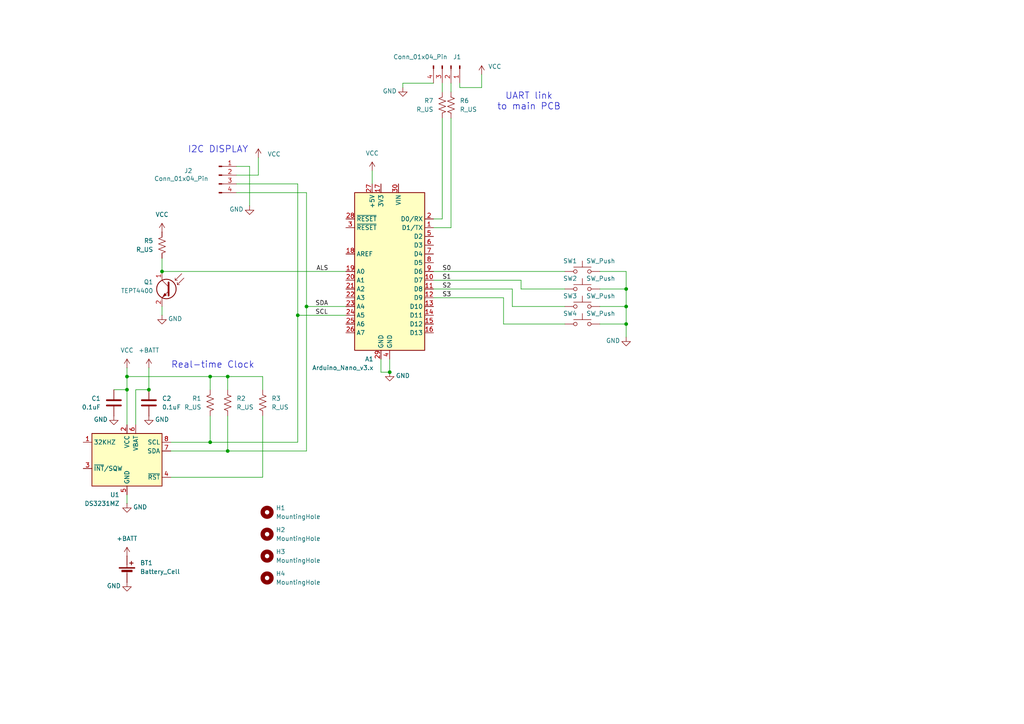
<source format=kicad_sch>
(kicad_sch (version 20250114) (generator "eeschema") (generator_version "9.0")
  (paper "A4")
  (lib_symbols
    (symbol "Connector:Conn_01x04_Pin" (pin_names (offset 1.016) (hide yes))
      (property "Reference" "J" (at 0 5.08 0))
      (property "Value" "Conn_01x04_Pin" (at 0 -7.62 0))
      (symbol "Conn_01x04_Pin_1_1"
        (rectangle (start 0.8636 2.667) (end 0 2.413) (stroke (width 0.1524)) (fill (type outline)))
        (rectangle (start 0.8636 0.127) (end 0 -0.127) (stroke (width 0.1524)) (fill (type outline)))
        (rectangle (start 0.8636 -2.413) (end 0 -2.667) (stroke (width 0.1524)) (fill (type outline)))
        (rectangle (start 0.8636 -4.953) (end 0 -5.207) (stroke (width 0.1524)) (fill (type outline)))
        (polyline (pts (xy 1.27 2.54) (xy 0.8636 2.54)) (stroke (width 0.1524)))
        (polyline (pts (xy 1.27 0) (xy 0.8636 0)) (stroke (width 0.1524)))
        (polyline (pts (xy 1.27 -2.54) (xy 0.8636 -2.54)) (stroke (width 0.1524)))
        (polyline (pts (xy 1.27 -5.08) (xy 0.8636 -5.08)) (stroke (width 0.1524)))
        (pin passive line (at 5.08 2.54 180) (length 3.81) (name "Pin_1") (number "1"))
        (pin passive line (at 5.08 0 180) (length 3.81) (name "Pin_2") (number "2"))
        (pin passive line (at 5.08 -2.54 180) (length 3.81) (name "Pin_3") (number "3"))
        (pin passive line (at 5.08 -5.08 180) (length 3.81) (name "Pin_4") (number "4"))
      )
    )
    (symbol "Device:Battery_Cell" (pin_numbers (hide yes)) (pin_names (offset 0) (hide yes))
      (property "Reference" "BT" (at 2.54 2.54 0))
      (property "Value" "Battery_Cell" (at 2.54 0 0))
      (symbol "Battery_Cell_0_1"
        (rectangle (start -2.286 1.778) (end 2.286 1.524) (fill (type outline)))
        (rectangle (start -1.524 1.016) (end 1.524 0.508) (fill (type outline)))
        (polyline (pts (xy 0 1.778) (xy 0 2.54)))
        (polyline (pts (xy 0 0.762) (xy 0 0)))
        (polyline (pts (xy 0.762 3.048) (xy 1.778 3.048)) (stroke (width 0.254)))
        (polyline (pts (xy 1.27 3.556) (xy 1.27 2.54)) (stroke (width 0.254)))
      )
      (symbol "Battery_Cell_1_1"
        (pin passive line (at 0 5.08 270) (length 2.54) (name "+") (number "1"))
        (pin passive line (at 0 -2.54 90) (length 2.54) (name "-") (number "2"))
      )
    )
    (symbol "Device:C" (pin_numbers (hide yes)) (pin_names (offset 0.254))
      (property "Reference" "C" (at 0.635 2.54 0))
      (property "Value" "C" (at 0.635 -2.54 0))
      (symbol "C_0_1"
        (polyline (pts (xy -2.032 0.762) (xy 2.032 0.762)) (stroke (width 0.508)))
        (polyline (pts (xy -2.032 -0.762) (xy 2.032 -0.762)) (stroke (width 0.508)))
      )
      (symbol "C_1_1"
        (pin passive line (at 0 3.81 270) (length 2.794) (name "~") (number "1"))
        (pin passive line (at 0 -3.81 90) (length 2.794) (name "~") (number "2"))
      )
    )
    (symbol "Device:R_US" (pin_numbers (hide yes)) (pin_names (offset 0))
      (property "Reference" "R" (at 2.54 0 90))
      (property "Value" "R_US" (at -2.54 0 90))
      (symbol "R_US_0_1"
        (polyline (pts (xy 0 2.286) (xy 0 2.54)))
        (polyline (pts (xy 0 2.286) (xy 1.016 1.905) (xy 0 1.524) (xy -1.016 1.143) (xy 0 0.762)))
        (polyline (pts (xy 0 0.762) (xy 1.016 0.381) (xy 0 0) (xy -1.016 -0.381) (xy 0 -0.762)))
        (polyline (pts (xy 0 -0.762) (xy 1.016 -1.143) (xy 0 -1.524) (xy -1.016 -1.905) (xy 0 -2.286)))
        (polyline (pts (xy 0 -2.286) (xy 0 -2.54)))
      )
      (symbol "R_US_1_1"
        (pin passive line (at 0 3.81 270) (length 1.27) (name "~") (number "1"))
        (pin passive line (at 0 -3.81 90) (length 1.27) (name "~") (number "2"))
      )
    )
    (symbol "MCU_Module:Arduino_Nano_v3.x"
      (property "Reference" "A" (at -10.16 23.495 0))
      (property "Value" "Arduino_Nano_v3.x" (at 5.08 -24.13 0))
      (symbol "Arduino_Nano_v3.x_0_1"
        (rectangle (start -10.16 22.86) (end 10.16 -22.86) (stroke (width 0.254)) (fill (type background)))
      )
      (symbol "Arduino_Nano_v3.x_1_1"
        (pin bidirectional line (at -12.7 15.24 0) (length 2.54) (name "D0/RX") (number "2"))
        (pin bidirectional line (at -12.7 12.7 0) (length 2.54) (name "D1/TX") (number "1"))
        (pin bidirectional line (at -12.7 10.16 0) (length 2.54) (name "D2") (number "5"))
        (pin bidirectional line (at -12.7 7.62 0) (length 2.54) (name "D3") (number "6"))
        (pin bidirectional line (at -12.7 5.08 0) (length 2.54) (name "D4") (number "7"))
        (pin bidirectional line (at -12.7 2.54 0) (length 2.54) (name "D5") (number "8"))
        (pin bidirectional line (at -12.7 0 0) (length 2.54) (name "D6") (number "9"))
        (pin bidirectional line (at -12.7 -2.54 0) (length 2.54) (name "D7") (number "10"))
        (pin bidirectional line (at -12.7 -5.08 0) (length 2.54) (name "D8") (number "11"))
        (pin bidirectional line (at -12.7 -7.62 0) (length 2.54) (name "D9") (number "12"))
        (pin bidirectional line (at -12.7 -10.16 0) (length 2.54) (name "D10") (number "13"))
        (pin bidirectional line (at -12.7 -12.7 0) (length 2.54) (name "D11") (number "14"))
        (pin bidirectional line (at -12.7 -15.24 0) (length 2.54) (name "D12") (number "15"))
        (pin bidirectional line (at -12.7 -17.78 0) (length 2.54) (name "D13") (number "16"))
        (pin power_in line (at -2.54 25.4 270) (length 2.54) (name "VIN") (number "30"))
        (pin power_in line (at 0 -25.4 90) (length 2.54) (name "GND") (number "4"))
        (pin power_out line (at 2.54 25.4 270) (length 2.54) (name "3V3") (number "17"))
        (pin power_in line (at 2.54 -25.4 90) (length 2.54) (name "GND") (number "29"))
        (pin power_out line (at 5.08 25.4 270) (length 2.54) (name "+5V") (number "27"))
        (pin input line (at 12.7 15.24 180) (length 2.54) (name "~{RESET}") (number "28"))
        (pin input line (at 12.7 12.7 180) (length 2.54) (name "~{RESET}") (number "3"))
        (pin input line (at 12.7 5.08 180) (length 2.54) (name "AREF") (number "18"))
        (pin bidirectional line (at 12.7 0 180) (length 2.54) (name "A0") (number "19"))
        (pin bidirectional line (at 12.7 -2.54 180) (length 2.54) (name "A1") (number "20"))
        (pin bidirectional line (at 12.7 -5.08 180) (length 2.54) (name "A2") (number "21"))
        (pin bidirectional line (at 12.7 -7.62 180) (length 2.54) (name "A3") (number "22"))
        (pin bidirectional line (at 12.7 -10.16 180) (length 2.54) (name "A4") (number "23"))
        (pin bidirectional line (at 12.7 -12.7 180) (length 2.54) (name "A5") (number "24"))
        (pin bidirectional line (at 12.7 -15.24 180) (length 2.54) (name "A6") (number "25"))
        (pin bidirectional line (at 12.7 -17.78 180) (length 2.54) (name "A7") (number "26"))
      )
    )
    (symbol "Mechanical:MountingHole" (pin_names (offset 1.016)) (in_bom no)
      (property "Reference" "H" (at 0 5.08 0))
      (property "Value" "MountingHole" (at 0 3.175 0))
      (symbol "MountingHole_0_1"
        (circle (center 0 0) (radius 1.27) (stroke (width 1.27)))
      )
    )
    (symbol "Sensor_Optical:TEPT4400" (pin_names (offset 0) (hide yes))
      (property "Reference" "Q" (at 5.08 1.27 0))
      (property "Value" "TEPT4400" (at 5.08 -1.27 0))
      (symbol "TEPT4400_0_1"
        (polyline (pts (xy -3.81 3.175) (xy -1.905 1.27) (xy -1.905 1.905)))
        (polyline (pts (xy -3.175 4.445) (xy -1.27 2.54) (xy -1.27 3.175)))
        (polyline (pts (xy -1.905 1.27) (xy -2.54 1.27)))
        (polyline (pts (xy -1.27 2.54) (xy -1.905 2.54)))
        (polyline (pts (xy 0.635 1.905) (xy 0.635 -1.905)) (stroke (width 0.508)))
        (polyline (pts (xy 0.635 0.635) (xy 2.54 2.54)))
        (polyline (pts (xy 0.635 -0.635) (xy 2.54 -2.54)))
        (circle (center 1.27 0) (radius 2.8194) (stroke (width 0.254)))
        (polyline (pts (xy 1.27 -1.778) (xy 1.778 -1.27) (xy 2.286 -2.286) (xy 1.27 -1.778)) (fill (type outline)))
      )
      (symbol "TEPT4400_1_1"
        (pin passive line (at 2.54 5.08 270) (length 2.54) (name "C") (number "1"))
        (pin passive line (at 2.54 -5.08 90) (length 2.54) (name "E") (number "2"))
      )
    )
    (symbol "Switch:SW_Push" (pin_numbers (hide yes)) (pin_names (offset 1.016) (hide yes))
      (property "Reference" "SW" (at 1.27 2.54 0))
      (property "Value" "SW_Push" (at 0 -1.524 0))
      (symbol "SW_Push_0_1"
        (circle (center -2.032 0) (radius 0.508))
        (polyline (pts (xy 0 1.27) (xy 0 3.048)))
        (circle (center 2.032 0) (radius 0.508))
        (polyline (pts (xy 2.54 1.27) (xy -2.54 1.27)))
        (pin passive line (at -5.08 0 0) (length 2.54) (name "1") (number "1"))
        (pin passive line (at 5.08 0 180) (length 2.54) (name "2") (number "2"))
      )
    )
    (symbol "Timer_RTC:DS3231MZ"
      (property "Reference" "U" (at -7.62 8.89 0))
      (property "Value" "DS3231MZ" (at 11.43 8.89 0))
      (symbol "DS3231MZ_0_1"
        (rectangle (start -10.16 7.62) (end 10.16 -7.62) (stroke (width 0.254)) (fill (type background)))
      )
      (symbol "DS3231MZ_1_1"
        (pin input line (at -12.7 5.08 0) (length 2.54) (name "SCL") (number "8"))
        (pin bidirectional line (at -12.7 2.54 0) (length 2.54) (name "SDA") (number "7"))
        (pin bidirectional line (at -12.7 -5.08 0) (length 2.54) (name "~{RST}") (number "4"))
        (pin power_in line (at -2.54 10.16 270) (length 2.54) (name "VBAT") (number "6"))
        (pin power_in line (at 0 10.16 270) (length 2.54) (name "VCC") (number "2"))
        (pin power_in line (at 0 -10.16 90) (length 2.54) (name "GND") (number "5"))
        (pin open_collector line (at 12.7 5.08 180) (length 2.54) (name "32KHZ") (number "1"))
        (pin open_collector line (at 12.7 -2.54 180) (length 2.54) (name "~{INT}/SQW") (number "3"))
      )
    )
    (symbol "power:+BATT" (power) (pin_numbers (hide yes)) (pin_names (offset 0) (hide yes))
      (property "Value" "+BATT" (at 0 3.556 0))
      (symbol "+BATT_0_1"
        (polyline (pts (xy -0.762 1.27) (xy 0 2.54)))
        (polyline (pts (xy 0 2.54) (xy 0.762 1.27)))
        (polyline (pts (xy 0 0) (xy 0 2.54)))
      )
      (symbol "+BATT_1_1"
        (pin power_in line (at 0 0 90) (length 0) (name "~") (number "1"))
      )
    )
    (symbol "power:GND" (power) (pin_numbers (hide yes)) (pin_names (offset 0) (hide yes))
      (property "Value" "GND" (at 0 -3.81 0))
      (symbol "GND_0_1"
        (polyline (pts (xy 0 0) (xy 0 -1.27) (xy 1.27 -1.27) (xy 0 -2.54) (xy -1.27 -1.27) (xy 0 -1.27)))
      )
      (symbol "GND_1_1"
        (pin power_in line (at 0 0 270) (length 0) (name "~") (number "1"))
      )
    )
    (symbol "power:VCC" (power) (pin_numbers (hide yes)) (pin_names (offset 0) (hide yes))
      (property "Value" "VCC" (at 0 3.556 0))
      (symbol "VCC_0_1"
        (polyline (pts (xy -0.762 1.27) (xy 0 2.54)))
        (polyline (pts (xy 0 2.54) (xy 0.762 1.27)))
        (polyline (pts (xy 0 0) (xy 0 2.54)))
      )
      (symbol "VCC_1_1"
        (pin power_in line (at 0 0 90) (length 0) (name "~") (number "1"))
      )
    )
  )
  (text "UART link\nto main PCB" (at 153.416 29.464 0) (effects (font (size 1.905 1.905))))
  (text "I2C DISPLAY" (at 63.246 43.434 0) (effects (font (size 1.905 1.905))))
  (text "Real-time Clock" (at 61.722 105.918 0) (effects (font (size 1.905 1.905))))
  (junction (at 88.9 88.9))
  (junction (at 113.03 107.95))
  (junction (at 181.61 83.82))
  (junction (at 36.83 113.03))
  (junction (at 43.18 113.03))
  (junction (at 60.96 128.27))
  (junction (at 60.96 109.22))
  (junction (at 46.99 78.74))
  (junction (at 36.83 109.22))
  (junction (at 66.04 109.22))
  (junction (at 86.36 91.44))
  (junction (at 181.61 93.98))
  (junction (at 66.04 130.81))
  (junction (at 181.61 88.9))
  (wire (pts (xy 66.04 130.81) (xy 49.53 130.81)))
  (wire (pts (xy 181.61 83.82) (xy 181.61 88.9)))
  (wire (pts (xy 46.99 78.74) (xy 100.33 78.74)))
  (wire (pts (xy 125.73 81.28) (xy 151.13 81.28)))
  (wire (pts (xy 148.59 83.82) (xy 148.59 88.9)))
  (wire (pts (xy 88.9 130.81) (xy 66.04 130.81)))
  (wire (pts (xy 66.04 109.22) (xy 60.96 109.22)))
  (wire (pts (xy 76.2 138.43) (xy 76.2 120.65)))
  (wire (pts (xy 43.18 113.03) (xy 39.37 113.03)))
  (wire (pts (xy 139.7 25.4) (xy 133.35 25.4)))
  (wire (pts (xy 60.96 128.27) (xy 49.53 128.27)))
  (wire (pts (xy 36.83 109.22) (xy 36.83 113.03)))
  (wire (pts (xy 68.58 55.88) (xy 88.9 55.88)))
  (wire (pts (xy 68.58 48.26) (xy 72.39 48.26)))
  (wire (pts (xy 107.95 49.53) (xy 107.95 53.34)))
  (wire (pts (xy 181.61 88.9) (xy 181.61 93.98)))
  (wire (pts (xy 88.9 88.9) (xy 100.33 88.9)))
  (wire (pts (xy 181.61 78.74) (xy 181.61 83.82)))
  (wire (pts (xy 46.99 88.9) (xy 46.99 91.44)))
  (wire (pts (xy 113.03 107.95) (xy 113.03 104.14)))
  (wire (pts (xy 173.99 78.74) (xy 181.61 78.74)))
  (wire (pts (xy 146.05 93.98) (xy 163.83 93.98)))
  (wire (pts (xy 86.36 128.27) (xy 86.36 91.44)))
  (wire (pts (xy 151.13 83.82) (xy 163.83 83.82)))
  (wire (pts (xy 86.36 53.34) (xy 86.36 91.44)))
  (wire (pts (xy 39.37 113.03) (xy 39.37 123.19)))
  (wire (pts (xy 148.59 88.9) (xy 163.83 88.9)))
  (wire (pts (xy 116.84 25.4) (xy 116.84 24.13)))
  (wire (pts (xy 43.18 106.68) (xy 43.18 113.03)))
  (wire (pts (xy 173.99 83.82) (xy 181.61 83.82)))
  (wire (pts (xy 88.9 88.9) (xy 88.9 130.81)))
  (wire (pts (xy 125.73 66.04) (xy 130.81 66.04)))
  (wire (pts (xy 130.81 24.13) (xy 130.81 26.67)))
  (wire (pts (xy 68.58 50.8) (xy 74.93 50.8)))
  (wire (pts (xy 68.58 53.34) (xy 86.36 53.34)))
  (wire (pts (xy 110.49 104.14) (xy 110.49 107.95)))
  (wire (pts (xy 146.05 86.36) (xy 146.05 93.98)))
  (wire (pts (xy 139.7 21.59) (xy 139.7 25.4)))
  (wire (pts (xy 173.99 93.98) (xy 181.61 93.98)))
  (wire (pts (xy 36.83 143.51) (xy 36.83 146.05)))
  (wire (pts (xy 128.27 63.5) (xy 125.73 63.5)))
  (wire (pts (xy 36.83 113.03) (xy 33.02 113.03)))
  (wire (pts (xy 125.73 83.82) (xy 148.59 83.82)))
  (wire (pts (xy 60.96 128.27) (xy 86.36 128.27)))
  (wire (pts (xy 60.96 109.22) (xy 60.96 113.03)))
  (wire (pts (xy 76.2 113.03) (xy 76.2 109.22)))
  (wire (pts (xy 74.93 45.72) (xy 74.93 50.8)))
  (wire (pts (xy 173.99 88.9) (xy 181.61 88.9)))
  (wire (pts (xy 46.99 74.93) (xy 46.99 78.74)))
  (wire (pts (xy 49.53 138.43) (xy 76.2 138.43)))
  (wire (pts (xy 130.81 34.29) (xy 130.81 66.04)))
  (wire (pts (xy 181.61 93.98) (xy 181.61 97.79)))
  (wire (pts (xy 88.9 55.88) (xy 88.9 88.9)))
  (wire (pts (xy 128.27 34.29) (xy 128.27 63.5)))
  (wire (pts (xy 36.83 113.03) (xy 36.83 123.19)))
  (wire (pts (xy 151.13 81.28) (xy 151.13 83.82)))
  (wire (pts (xy 86.36 91.44) (xy 100.33 91.44)))
  (wire (pts (xy 60.96 120.65) (xy 60.96 128.27)))
  (wire (pts (xy 110.49 107.95) (xy 113.03 107.95)))
  (wire (pts (xy 116.84 24.13) (xy 125.73 24.13)))
  (wire (pts (xy 125.73 78.74) (xy 163.83 78.74)))
  (wire (pts (xy 133.35 25.4) (xy 133.35 24.13)))
  (wire (pts (xy 36.83 106.68) (xy 36.83 109.22)))
  (wire (pts (xy 125.73 86.36) (xy 146.05 86.36)))
  (wire (pts (xy 72.39 48.26) (xy 72.39 59.69)))
  (wire (pts (xy 128.27 24.13) (xy 128.27 26.67)))
  (wire (pts (xy 76.2 109.22) (xy 66.04 109.22)))
  (wire (pts (xy 60.96 109.22) (xy 36.83 109.22)))
  (wire (pts (xy 66.04 120.65) (xy 66.04 130.81)))
  (wire (pts (xy 66.04 113.03) (xy 66.04 109.22)))
  (label "SDA" (at 91.44 88.9 0))
  (label "S2" (at 128.27 83.82 0))
  (label "SCL" (at 91.44 91.44 0))
  (label "S3" (at 128.27 86.36 0))
  (label "S1" (at 128.27 81.28 0))
  (label "ALS" (at 95.25 78.74 180))
  (label "S0" (at 128.27 78.74 0))
  (symbol (lib_id "Connector:Conn_01x04_Pin") (at 130.81 19.05 270) (unit 1)
    (property "Reference" "J1" (at 132.588 16.51 90))
    (property "Value" "Conn_01x04_Pin" (at 121.92 16.51 90))
    (property "Footprint" "Connector_PinHeader_2.54mm:PinHeader_1x04_P2.54mm_Vertical" (effects (hide yes)))
    (property "Description" "Generic connector, single row, 01x04, script generated" (effects (hide yes)))
  )
  (symbol (lib_id "Switch:SW_Push") (at 168.91 83.82 0) (unit 1)
    (property "Reference" "SW2" (at 165.354 80.772 0))
    (property "Value" "SW_Push" (at 174.244 80.772 0))
    (property "Footprint" "AA_parts:Push_SW" (effects (hide yes)))
    (property "Description" "Push button switch, generic, two pins" (effects (hide yes)))
  )
  (symbol (lib_id "Mechanical:MountingHole") (at 77.47 167.64 0) (unit 1) (in_bom no)
    (property "Reference" "H4" (at 80.01 166.3699 0) (effects (justify left)))
    (property "Value" "MountingHole" (at 80.01 168.9099 0) (effects (justify left)))
    (property "Footprint" "AA_parts:mtg_440" (effects (hide yes)))
    (property "Description" "Mounting Hole without connection" (effects (hide yes)))
  )
  (symbol (lib_id "power:GND") (at 181.61 97.79 0) (mirror y) (unit 1)
    (property "Reference" "#PWR08" (effects (hide yes)))
    (property "Value" "GND" (at 177.8 98.806 0))
    (property "Description" "Power symbol creates a global label with name \"GND\" , ground" (effects (hide yes)))
  )
  (symbol (lib_id "Connector:Conn_01x04_Pin") (at 63.5 50.8 0) (unit 1)
    (property "Reference" "J2" (at 54.61 49.53 0))
    (property "Value" "Conn_01x04_Pin" (at 52.578 51.816 0))
    (property "Footprint" "AA_parts:OLED_0.96IN" (effects (hide yes)))
    (property "Description" "Generic connector, single row, 01x04, script generated" (effects (hide yes)))
  )
  (symbol (lib_id "power:GND") (at 72.39 59.69 0) (mirror y) (unit 1)
    (property "Reference" "#PWR012" (effects (hide yes)))
    (property "Value" "GND" (at 68.58 60.706 0))
    (property "Description" "Power symbol creates a global label with name \"GND\" , ground" (effects (hide yes)))
  )
  (symbol (lib_id "power:VCC") (at 36.83 106.68 0) (unit 1)
    (property "Reference" "#PWR014" (effects (hide yes)))
    (property "Value" "VCC" (at 36.83 101.6 0))
    (property "Description" "Power symbol creates a global label with name \"VCC\"" (effects (hide yes)))
  )
  (symbol (lib_id "power:VCC") (at 74.93 45.72 0) (mirror y) (unit 1)
    (property "Reference" "#PWR013" (effects (hide yes)))
    (property "Value" "VCC" (at 79.502 44.704 0))
    (property "Description" "Power symbol creates a global label with name \"VCC\"" (effects (hide yes)))
  )
  (symbol (lib_id "Sensor_Optical:TEPT4400") (at 49.53 83.82 0) (mirror y) (unit 1)
    (property "Reference" "Q1" (at 44.45 81.8006 0) (effects (justify left)))
    (property "Value" "TEPT4400" (at 44.45 84.3406 0) (effects (justify left)))
    (property "Footprint" "LED_THT:LED_D3.0mm_Clear" (effects (hide yes)))
    (property "Datasheet" "https://www.vishay.com/docs/81341/tept4400.pdf" (effects (hide yes)))
    (property "Description" "Ambient Light Sensor, NPN Epitaxial Planar Phototransistor, T-1" (effects (hide yes)))
  )
  (symbol (lib_id "Switch:SW_Push") (at 168.91 88.9 0) (unit 1)
    (property "Reference" "SW3" (at 165.354 85.852 0))
    (property "Value" "SW_Push" (at 174.244 85.852 0))
    (property "Footprint" "AA_parts:Push_SW" (effects (hide yes)))
    (property "Description" "Push button switch, generic, two pins" (effects (hide yes)))
  )
  (symbol (lib_id "Device:R_US") (at 60.96 116.84 0) (mirror y) (unit 1)
    (property "Reference" "R1" (at 58.42 115.5699 0) (effects (justify left)))
    (property "Value" "R_US" (at 58.42 118.1099 0) (effects (justify left)))
    (property "Footprint" "Resistor_SMD:R_1206_3216Metric" (effects (hide yes)))
    (property "Description" "Resistor, US symbol" (effects (hide yes)))
  )
  (symbol (lib_id "power:+BATT") (at 43.18 106.68 0) (mirror y) (unit 1)
    (property "Reference" "#PWR04" (effects (hide yes)))
    (property "Value" "+BATT" (at 43.18 101.6 0))
    (property "Description" "Power symbol creates a global label with name \"+BATT\"" (effects (hide yes)))
  )
  (symbol (lib_id "Device:R_US") (at 46.99 71.12 0) (mirror y) (unit 1)
    (property "Reference" "R5" (at 44.45 69.8499 0) (effects (justify left)))
    (property "Value" "R_US" (at 44.45 72.3899 0) (effects (justify left)))
    (property "Footprint" "Resistor_SMD:R_1206_3216Metric" (effects (hide yes)))
    (property "Description" "Resistor, US symbol" (effects (hide yes)))
  )
  (symbol (lib_id "power:GND") (at 36.83 168.91 0) (mirror y) (unit 1)
    (property "Reference" "#PWR06" (effects (hide yes)))
    (property "Value" "GND" (at 33.02 169.926 0))
    (property "Description" "Power symbol creates a global label with name \"GND\" , ground" (effects (hide yes)))
  )
  (symbol (lib_id "Device:C") (at 33.02 116.84 0) (mirror y) (unit 1)
    (property "Reference" "C1" (at 29.21 115.5699 0) (effects (justify left)))
    (property "Value" "0.1uF" (at 29.21 118.1099 0) (effects (justify left)))
    (property "Footprint" "Capacitor_SMD:C_1206_3216Metric_Pad1.33x1.80mm_HandSolder" (effects (hide yes)))
    (property "Description" "Unpolarized capacitor" (effects (hide yes)))
  )
  (symbol (lib_id "MCU_Module:Arduino_Nano_v3.x") (at 113.03 78.74 0) (mirror y) (unit 1)
    (property "Reference" "A1" (at 108.3467 104.14 0) (effects (justify left)))
    (property "Value" "Arduino_Nano_v3.x" (at 108.3467 106.68 0) (effects (justify left)))
    (property "Footprint" "Module:Arduino_Nano" (effects (hide yes)))
    (property "Datasheet" "http://www.mouser.com/pdfdocs/Gravitech_Arduino_Nano3_0.pdf" (effects (hide yes)))
    (property "Description" "Arduino Nano v3.x" (effects (hide yes)))
  )
  (symbol (lib_id "Mechanical:MountingHole") (at 77.47 161.29 0) (unit 1) (in_bom no)
    (property "Reference" "H3" (at 80.01 160.0199 0) (effects (justify left)))
    (property "Value" "MountingHole" (at 80.01 162.5599 0) (effects (justify left)))
    (property "Footprint" "AA_parts:mtg_440" (effects (hide yes)))
    (property "Description" "Mounting Hole without connection" (effects (hide yes)))
  )
  (symbol (lib_id "power:VCC") (at 139.7 21.59 0) (unit 1)
    (property "Reference" "#PWR09" (effects (hide yes)))
    (property "Value" "VCC" (at 143.51 19.304 0))
    (property "Description" "Power symbol creates a global label with name \"VCC\"" (effects (hide yes)))
  )
  (symbol (lib_id "power:+BATT") (at 36.83 161.29 0) (unit 1)
    (property "Reference" "#PWR07" (effects (hide yes)))
    (property "Value" "+BATT" (at 36.83 156.21 0))
    (property "Description" "Power symbol creates a global label with name \"+BATT\"" (effects (hide yes)))
  )
  (symbol (lib_id "power:GND") (at 116.84 25.4 0) (mirror y) (unit 1)
    (property "Reference" "#PWR010" (effects (hide yes)))
    (property "Value" "GND" (at 113.03 26.416 0))
    (property "Description" "Power symbol creates a global label with name \"GND\" , ground" (effects (hide yes)))
  )
  (symbol (lib_id "power:VCC") (at 107.95 49.53 0) (unit 1)
    (property "Reference" "#PWR016" (effects (hide yes)))
    (property "Value" "VCC" (at 107.95 44.45 0))
    (property "Description" "Power symbol creates a global label with name \"VCC\"" (effects (hide yes)))
  )
  (symbol (lib_id "Mechanical:MountingHole") (at 77.47 148.59 0) (unit 1) (in_bom no)
    (property "Reference" "H1" (at 80.01 147.3199 0) (effects (justify left)))
    (property "Value" "MountingHole" (at 80.01 149.8599 0) (effects (justify left)))
    (property "Footprint" "AA_parts:mtg_440" (effects (hide yes)))
    (property "Description" "Mounting Hole without connection" (effects (hide yes)))
  )
  (symbol (lib_id "Mechanical:MountingHole") (at 77.47 154.94 0) (unit 1) (in_bom no)
    (property "Reference" "H2" (at 80.01 153.6699 0) (effects (justify left)))
    (property "Value" "MountingHole" (at 80.01 156.2099 0) (effects (justify left)))
    (property "Footprint" "AA_parts:mtg_440" (effects (hide yes)))
    (property "Description" "Mounting Hole without connection" (effects (hide yes)))
  )
  (symbol (lib_id "power:GND") (at 33.02 120.65 0) (mirror y) (unit 1)
    (property "Reference" "#PWR02" (effects (hide yes)))
    (property "Value" "GND" (at 29.21 121.666 0))
    (property "Description" "Power symbol creates a global label with name \"GND\" , ground" (effects (hide yes)))
  )
  (symbol (lib_id "Device:R_US") (at 130.81 30.48 0) (unit 1)
    (property "Reference" "R6" (at 133.35 29.2099 0) (effects (justify left)))
    (property "Value" "R_US" (at 133.35 31.7499 0) (effects (justify left)))
    (property "Footprint" "Resistor_SMD:R_1206_3216Metric" (effects (hide yes)))
    (property "Description" "Resistor, US symbol" (effects (hide yes)))
  )
  (symbol (lib_id "power:VCC") (at 46.99 67.31 0) (mirror y) (unit 1)
    (property "Reference" "#PWR01" (effects (hide yes)))
    (property "Value" "VCC" (at 46.99 62.23 0))
    (property "Description" "Power symbol creates a global label with name \"VCC\"" (effects (hide yes)))
  )
  (symbol (lib_id "Device:R_US") (at 66.04 116.84 0) (unit 1)
    (property "Reference" "R2" (at 68.58 115.5699 0) (effects (justify left)))
    (property "Value" "R_US" (at 68.58 118.1099 0) (effects (justify left)))
    (property "Footprint" "Resistor_SMD:R_1206_3216Metric" (effects (hide yes)))
    (property "Description" "Resistor, US symbol" (effects (hide yes)))
  )
  (symbol (lib_id "Device:C") (at 43.18 116.84 0) (mirror y) (unit 1)
    (property "Reference" "C2" (at 46.99 115.5699 0) (effects (justify right)))
    (property "Value" "0.1uF" (at 46.99 118.1099 0) (effects (justify right)))
    (property "Footprint" "Capacitor_SMD:C_1206_3216Metric_Pad1.33x1.80mm_HandSolder" (effects (hide yes)))
    (property "Description" "Unpolarized capacitor" (effects (hide yes)))
  )
  (symbol (lib_id "Timer_RTC:DS3231MZ") (at 36.83 133.35 0) (mirror y) (unit 1)
    (property "Reference" "U1" (at 34.6867 143.51 0) (effects (justify left)))
    (property "Value" "DS3231MZ" (at 34.6867 146.05 0) (effects (justify left)))
    (property "Footprint" "Package_SO:SOIC-8_3.9x4.9mm_P1.27mm" (effects (hide yes)))
    (property "Datasheet" "http://datasheets.maximintegrated.com/en/ds/DS3231M.pdf" (effects (hide yes)))
    (property "Description" "±5ppm, I2C Real-Time Clock SOIC-8" (effects (hide yes)))
  )
  (symbol (lib_id "Device:Battery_Cell") (at 36.83 166.37 0) (unit 1)
    (property "Reference" "BT1" (at 40.64 163.2584 0) (effects (justify left)))
    (property "Value" "Battery_Cell" (at 40.64 165.7984 0) (effects (justify left)))
    (property "Footprint" "Battery:BatteryHolder_Keystone_103_1x20mm" (effects (hide yes)))
    (property "Description" "Single-cell battery" (effects (hide yes)))
    (property "Sim.Device" "V" (effects (hide yes)))
    (property "Sim.Type" "DC" (effects (hide yes)))
    (property "Sim.Pins" "1=+ 2=-" (effects (hide yes)))
  )
  (symbol (lib_id "Device:R_US") (at 76.2 116.84 0) (unit 1)
    (property "Reference" "R3" (at 78.74 115.5699 0) (effects (justify left)))
    (property "Value" "R_US" (at 78.74 118.1099 0) (effects (justify left)))
    (property "Footprint" "Resistor_SMD:R_1206_3216Metric" (effects (hide yes)))
    (property "Description" "Resistor, US symbol" (effects (hide yes)))
  )
  (symbol (lib_id "power:GND") (at 46.99 91.44 0) (unit 1)
    (property "Reference" "#PWR015" (effects (hide yes)))
    (property "Value" "GND" (at 50.8 92.456 0))
    (property "Description" "Power symbol creates a global label with name \"GND\" , ground" (effects (hide yes)))
  )
  (symbol (lib_id "Device:R_US") (at 128.27 30.48 0) (mirror y) (unit 1)
    (property "Reference" "R7" (at 125.73 29.2099 0) (effects (justify left)))
    (property "Value" "R_US" (at 125.73 31.7499 0) (effects (justify left)))
    (property "Footprint" "Resistor_SMD:R_1206_3216Metric" (effects (hide yes)))
    (property "Description" "Resistor, US symbol" (effects (hide yes)))
  )
  (symbol (lib_id "power:GND") (at 113.03 107.95 0) (unit 1)
    (property "Reference" "#PWR011" (effects (hide yes)))
    (property "Value" "GND" (at 116.84 108.966 0))
    (property "Description" "Power symbol creates a global label with name \"GND\" , ground" (effects (hide yes)))
  )
  (symbol (lib_id "power:GND") (at 43.18 120.65 0) (unit 1)
    (property "Reference" "#PWR03" (effects (hide yes)))
    (property "Value" "GND" (at 46.99 121.666 0))
    (property "Description" "Power symbol creates a global label with name \"GND\" , ground" (effects (hide yes)))
  )
  (symbol (lib_id "Switch:SW_Push") (at 168.91 93.98 0) (unit 1)
    (property "Reference" "SW4" (at 165.354 90.932 0))
    (property "Value" "SW_Push" (at 174.244 90.932 0))
    (property "Footprint" "AA_parts:Push_SW" (effects (hide yes)))
    (property "Description" "Push button switch, generic, two pins" (effects (hide yes)))
  )
  (symbol (lib_id "power:GND") (at 36.83 146.05 0) (unit 1)
    (property "Reference" "#PWR05" (effects (hide yes)))
    (property "Value" "GND" (at 40.64 147.066 0))
    (property "Description" "Power symbol creates a global label with name \"GND\" , ground" (effects (hide yes)))
  )
  (symbol (lib_id "Switch:SW_Push") (at 168.91 78.74 0) (unit 1)
    (property "Reference" "SW1" (at 165.354 75.692 0))
    (property "Value" "SW_Push" (at 174.244 75.692 0))
    (property "Footprint" "AA_parts:Push_SW" (effects (hide yes)))
    (property "Description" "Push button switch, generic, two pins" (effects (hide yes)))
  )
)
</source>
